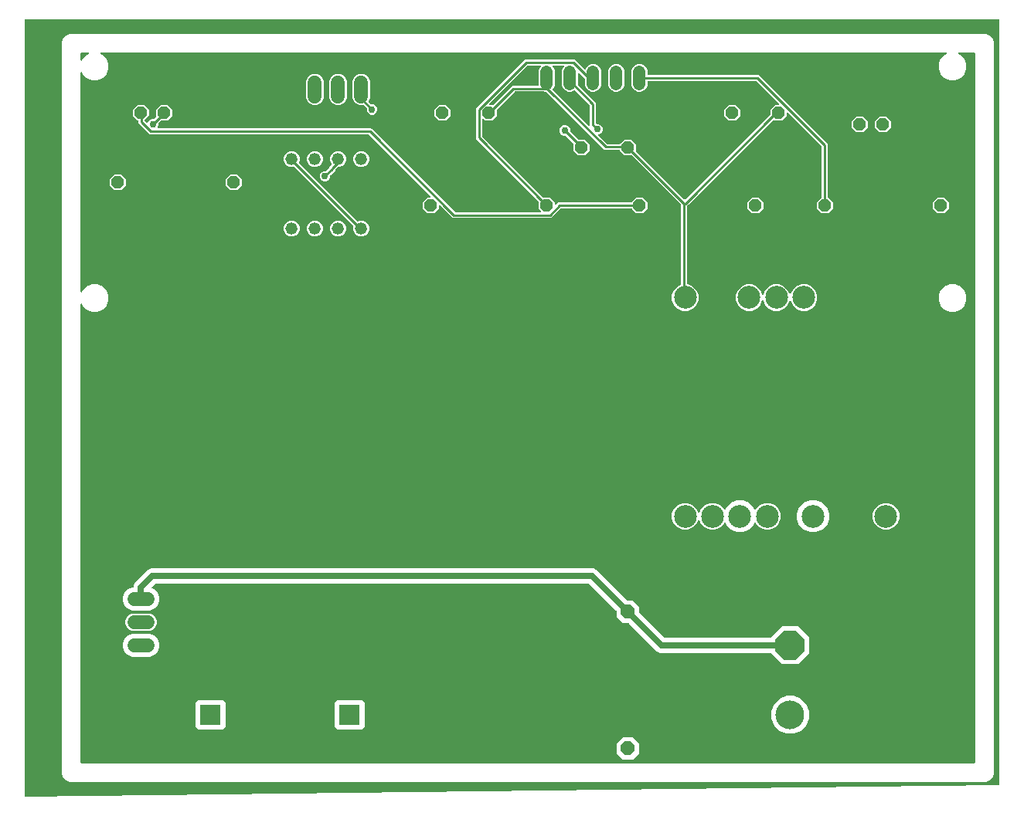
<source format=gbr>
G04 EAGLE Gerber X2 export*
%TF.Part,Single*%
%TF.FileFunction,Copper,L2,Bot,Mixed*%
%TF.FilePolarity,Positive*%
%TF.GenerationSoftware,Autodesk,EAGLE,8.6.2*%
%TF.CreationDate,2018-03-24T09:11:56Z*%
G75*
%MOMM*%
%FSLAX34Y34*%
%LPD*%
%AMOC8*
5,1,8,0,0,1.08239X$1,22.5*%
G01*
%ADD10P,1.429621X8X22.500000*%
%ADD11P,1.649562X8X112.500000*%
%ADD12P,3.409096X8X112.500000*%
%ADD13C,3.149600*%
%ADD14R,2.286000X2.286000*%
%ADD15C,1.320800*%
%ADD16C,1.508000*%
%ADD17C,1.320800*%
%ADD18C,2.500000*%
%ADD19C,0.254000*%
%ADD20C,0.756400*%
%ADD21C,0.635000*%

G36*
X1016009Y-13461D02*
X1016009Y-13461D01*
X1016024Y-13459D01*
X1016039Y-13460D01*
X1016145Y-13437D01*
X1016251Y-13419D01*
X1016265Y-13411D01*
X1016280Y-13408D01*
X1016373Y-13353D01*
X1016467Y-13301D01*
X1016478Y-13290D01*
X1016491Y-13282D01*
X1016561Y-13200D01*
X1016635Y-13121D01*
X1016641Y-13107D01*
X1016651Y-13095D01*
X1016691Y-12994D01*
X1016736Y-12896D01*
X1016737Y-12881D01*
X1016743Y-12867D01*
X1016761Y-12700D01*
X1016761Y825500D01*
X1016758Y825520D01*
X1016760Y825539D01*
X1016738Y825641D01*
X1016722Y825743D01*
X1016712Y825760D01*
X1016708Y825780D01*
X1016655Y825869D01*
X1016606Y825960D01*
X1016592Y825974D01*
X1016582Y825991D01*
X1016503Y826058D01*
X1016428Y826130D01*
X1016410Y826138D01*
X1016395Y826151D01*
X1016299Y826190D01*
X1016205Y826233D01*
X1016185Y826235D01*
X1016167Y826243D01*
X1016000Y826261D01*
X-50800Y826261D01*
X-50820Y826258D01*
X-50839Y826260D01*
X-50941Y826238D01*
X-51043Y826222D01*
X-51060Y826212D01*
X-51080Y826208D01*
X-51169Y826155D01*
X-51260Y826106D01*
X-51274Y826092D01*
X-51291Y826082D01*
X-51358Y826003D01*
X-51430Y825928D01*
X-51438Y825910D01*
X-51451Y825895D01*
X-51490Y825799D01*
X-51533Y825705D01*
X-51535Y825685D01*
X-51543Y825667D01*
X-51561Y825500D01*
X-51561Y-25400D01*
X-51557Y-25424D01*
X-51560Y-25449D01*
X-51538Y-25545D01*
X-51522Y-25643D01*
X-51510Y-25664D01*
X-51505Y-25688D01*
X-51453Y-25773D01*
X-51406Y-25860D01*
X-51389Y-25877D01*
X-51376Y-25898D01*
X-51300Y-25961D01*
X-51228Y-26030D01*
X-51206Y-26040D01*
X-51187Y-26056D01*
X-51095Y-26091D01*
X-51005Y-26133D01*
X-50981Y-26136D01*
X-50958Y-26145D01*
X-50791Y-26161D01*
X1016009Y-13461D01*
G37*
%LPC*%
G36*
X-2021Y-10161D02*
X-2021Y-10161D01*
X-5756Y-8614D01*
X-8614Y-5756D01*
X-10161Y-2021D01*
X-10161Y802021D01*
X-8614Y805756D01*
X-5756Y808614D01*
X-2021Y810161D01*
X1002021Y810161D01*
X1005756Y808614D01*
X1008614Y805756D01*
X1010161Y802021D01*
X1010161Y-2021D01*
X1008614Y-5756D01*
X1005756Y-8614D01*
X1002021Y-10161D01*
X-2021Y-10161D01*
G37*
%LPD*%
G36*
X989098Y10164D02*
X989098Y10164D01*
X989117Y10162D01*
X989219Y10184D01*
X989321Y10200D01*
X989338Y10210D01*
X989358Y10214D01*
X989447Y10267D01*
X989538Y10316D01*
X989552Y10330D01*
X989569Y10340D01*
X989636Y10419D01*
X989708Y10494D01*
X989716Y10512D01*
X989729Y10527D01*
X989768Y10623D01*
X989811Y10717D01*
X989813Y10737D01*
X989821Y10755D01*
X989839Y10922D01*
X989839Y789078D01*
X989836Y789098D01*
X989838Y789117D01*
X989816Y789219D01*
X989800Y789321D01*
X989790Y789338D01*
X989786Y789358D01*
X989733Y789447D01*
X989684Y789538D01*
X989670Y789552D01*
X989660Y789569D01*
X989581Y789636D01*
X989506Y789708D01*
X989488Y789716D01*
X989473Y789729D01*
X989377Y789768D01*
X989283Y789811D01*
X989263Y789813D01*
X989245Y789821D01*
X989078Y789839D01*
X972094Y789839D01*
X971998Y789824D01*
X971901Y789814D01*
X971878Y789804D01*
X971852Y789800D01*
X971766Y789754D01*
X971677Y789714D01*
X971657Y789697D01*
X971634Y789684D01*
X971567Y789614D01*
X971496Y789548D01*
X971483Y789525D01*
X971465Y789506D01*
X971424Y789418D01*
X971377Y789332D01*
X971372Y789307D01*
X971361Y789283D01*
X971351Y789186D01*
X971333Y789090D01*
X971337Y789064D01*
X971334Y789039D01*
X971355Y788943D01*
X971369Y788847D01*
X971381Y788824D01*
X971387Y788798D01*
X971436Y788715D01*
X971481Y788628D01*
X971499Y788609D01*
X971513Y788587D01*
X971587Y788524D01*
X971656Y788456D01*
X971685Y788440D01*
X971700Y788427D01*
X971730Y788415D01*
X971803Y788375D01*
X973788Y787553D01*
X978053Y783288D01*
X980361Y777716D01*
X980361Y771684D01*
X978053Y766112D01*
X973788Y761847D01*
X968216Y759539D01*
X962184Y759539D01*
X956612Y761847D01*
X952347Y766112D01*
X950039Y771684D01*
X950039Y777716D01*
X952347Y783288D01*
X956612Y787553D01*
X958597Y788375D01*
X958680Y788426D01*
X958766Y788472D01*
X958784Y788490D01*
X958806Y788504D01*
X958868Y788580D01*
X958935Y788650D01*
X958946Y788674D01*
X958963Y788694D01*
X958998Y788785D01*
X959039Y788873D01*
X959042Y788899D01*
X959051Y788923D01*
X959055Y789021D01*
X959066Y789117D01*
X959060Y789143D01*
X959061Y789169D01*
X959034Y789263D01*
X959013Y789358D01*
X959000Y789380D01*
X958993Y789405D01*
X958937Y789485D01*
X958887Y789569D01*
X958867Y789586D01*
X958853Y789607D01*
X958774Y789666D01*
X958700Y789729D01*
X958676Y789739D01*
X958655Y789754D01*
X958563Y789784D01*
X958472Y789821D01*
X958440Y789824D01*
X958421Y789830D01*
X958388Y789830D01*
X958306Y789839D01*
X32294Y789839D01*
X32198Y789824D01*
X32101Y789814D01*
X32078Y789804D01*
X32052Y789800D01*
X31966Y789754D01*
X31877Y789714D01*
X31857Y789697D01*
X31834Y789684D01*
X31767Y789614D01*
X31696Y789548D01*
X31683Y789525D01*
X31665Y789506D01*
X31624Y789418D01*
X31577Y789332D01*
X31572Y789307D01*
X31561Y789283D01*
X31551Y789186D01*
X31533Y789090D01*
X31537Y789064D01*
X31534Y789039D01*
X31555Y788943D01*
X31569Y788847D01*
X31581Y788824D01*
X31587Y788798D01*
X31636Y788715D01*
X31681Y788628D01*
X31699Y788609D01*
X31713Y788587D01*
X31787Y788524D01*
X31856Y788456D01*
X31885Y788440D01*
X31900Y788427D01*
X31930Y788415D01*
X32003Y788375D01*
X33988Y787553D01*
X38253Y783288D01*
X40561Y777716D01*
X40561Y771684D01*
X38253Y766112D01*
X33988Y761847D01*
X28416Y759539D01*
X22384Y759539D01*
X16812Y761847D01*
X12547Y766112D01*
X11625Y768338D01*
X11574Y768421D01*
X11528Y768507D01*
X11510Y768525D01*
X11496Y768547D01*
X11420Y768610D01*
X11350Y768676D01*
X11326Y768687D01*
X11306Y768704D01*
X11215Y768739D01*
X11127Y768780D01*
X11101Y768783D01*
X11077Y768792D01*
X10979Y768796D01*
X10883Y768807D01*
X10857Y768802D01*
X10831Y768803D01*
X10737Y768776D01*
X10642Y768755D01*
X10620Y768741D01*
X10595Y768734D01*
X10515Y768679D01*
X10431Y768629D01*
X10414Y768609D01*
X10393Y768594D01*
X10334Y768516D01*
X10271Y768442D01*
X10261Y768418D01*
X10246Y768397D01*
X10216Y768304D01*
X10179Y768214D01*
X10176Y768181D01*
X10170Y768163D01*
X10170Y768130D01*
X10161Y768047D01*
X10161Y527353D01*
X10176Y527257D01*
X10186Y527160D01*
X10196Y527136D01*
X10200Y527110D01*
X10246Y527024D01*
X10286Y526935D01*
X10303Y526916D01*
X10316Y526893D01*
X10386Y526826D01*
X10452Y526754D01*
X10475Y526742D01*
X10494Y526724D01*
X10582Y526683D01*
X10668Y526636D01*
X10693Y526631D01*
X10717Y526620D01*
X10814Y526609D01*
X10910Y526592D01*
X10936Y526596D01*
X10961Y526593D01*
X11057Y526613D01*
X11153Y526628D01*
X11176Y526640D01*
X11202Y526645D01*
X11285Y526695D01*
X11372Y526739D01*
X11391Y526758D01*
X11413Y526771D01*
X11476Y526845D01*
X11544Y526915D01*
X11560Y526943D01*
X11573Y526958D01*
X11585Y526989D01*
X11625Y527062D01*
X12547Y529288D01*
X16812Y533553D01*
X22384Y535861D01*
X28416Y535861D01*
X33988Y533553D01*
X38253Y529288D01*
X40561Y523716D01*
X40561Y517684D01*
X38253Y512112D01*
X33988Y507847D01*
X28416Y505539D01*
X22384Y505539D01*
X16812Y507847D01*
X12547Y512112D01*
X11625Y514338D01*
X11574Y514421D01*
X11528Y514507D01*
X11510Y514525D01*
X11496Y514547D01*
X11420Y514610D01*
X11350Y514676D01*
X11326Y514687D01*
X11306Y514704D01*
X11215Y514739D01*
X11127Y514780D01*
X11101Y514783D01*
X11077Y514792D01*
X10979Y514796D01*
X10883Y514807D01*
X10857Y514802D01*
X10831Y514803D01*
X10737Y514776D01*
X10642Y514755D01*
X10620Y514741D01*
X10595Y514734D01*
X10515Y514679D01*
X10431Y514629D01*
X10414Y514609D01*
X10393Y514594D01*
X10334Y514516D01*
X10271Y514442D01*
X10261Y514418D01*
X10246Y514397D01*
X10216Y514304D01*
X10179Y514214D01*
X10176Y514181D01*
X10170Y514163D01*
X10170Y514130D01*
X10161Y514047D01*
X10161Y10922D01*
X10164Y10902D01*
X10162Y10883D01*
X10184Y10781D01*
X10200Y10679D01*
X10210Y10662D01*
X10214Y10642D01*
X10267Y10553D01*
X10316Y10462D01*
X10330Y10448D01*
X10340Y10431D01*
X10419Y10364D01*
X10494Y10292D01*
X10512Y10284D01*
X10527Y10271D01*
X10623Y10232D01*
X10717Y10189D01*
X10737Y10187D01*
X10755Y10179D01*
X10922Y10161D01*
X989078Y10161D01*
X989098Y10164D01*
G37*
%LPC*%
G36*
X669506Y506649D02*
X669506Y506649D01*
X664158Y508864D01*
X660064Y512958D01*
X657849Y518306D01*
X657849Y524094D01*
X660064Y529442D01*
X664158Y533536D01*
X667497Y534919D01*
X667596Y534980D01*
X667696Y535040D01*
X667701Y535045D01*
X667706Y535048D01*
X667780Y535138D01*
X667856Y535227D01*
X667859Y535233D01*
X667863Y535238D01*
X667904Y535346D01*
X667948Y535455D01*
X667949Y535463D01*
X667951Y535467D01*
X667952Y535486D01*
X667967Y535622D01*
X667967Y622549D01*
X667952Y622639D01*
X667945Y622730D01*
X667932Y622760D01*
X667927Y622792D01*
X667884Y622873D01*
X667849Y622956D01*
X667823Y622989D01*
X667812Y623009D01*
X667789Y623031D01*
X667744Y623087D01*
X613909Y676922D01*
X613835Y676975D01*
X613766Y677035D01*
X613735Y677047D01*
X613709Y677066D01*
X613622Y677093D01*
X613537Y677127D01*
X613496Y677131D01*
X613474Y677138D01*
X613442Y677137D01*
X613371Y677145D01*
X606015Y677145D01*
X600929Y682231D01*
X600922Y682264D01*
X600906Y682366D01*
X600896Y682383D01*
X600892Y682403D01*
X600839Y682492D01*
X600790Y682583D01*
X600776Y682597D01*
X600766Y682614D01*
X600687Y682681D01*
X600612Y682753D01*
X600594Y682761D01*
X600579Y682774D01*
X600483Y682813D01*
X600389Y682856D01*
X600369Y682858D01*
X600351Y682866D01*
X600184Y682884D01*
X583849Y682884D01*
X520215Y746518D01*
X520142Y746571D01*
X520072Y746631D01*
X520042Y746643D01*
X520016Y746662D01*
X519929Y746689D01*
X519844Y746723D01*
X519803Y746727D01*
X519781Y746734D01*
X519748Y746733D01*
X519677Y746741D01*
X518978Y746741D01*
X518145Y747086D01*
X518082Y747101D01*
X518021Y747126D01*
X517938Y747135D01*
X517906Y747142D01*
X517887Y747141D01*
X517854Y747144D01*
X485936Y747144D01*
X485846Y747130D01*
X485755Y747122D01*
X485725Y747110D01*
X485693Y747105D01*
X485612Y747062D01*
X485529Y747026D01*
X485496Y747000D01*
X485476Y746989D01*
X485454Y746966D01*
X485398Y746921D01*
X466078Y727601D01*
X466025Y727528D01*
X465965Y727458D01*
X465953Y727428D01*
X465934Y727402D01*
X465907Y727315D01*
X465873Y727230D01*
X465869Y727189D01*
X465862Y727167D01*
X465863Y727134D01*
X465855Y727063D01*
X465855Y720315D01*
X460785Y715245D01*
X453615Y715245D01*
X450998Y717863D01*
X450940Y717904D01*
X450888Y717954D01*
X450840Y717976D01*
X450798Y718006D01*
X450730Y718027D01*
X450664Y718057D01*
X450613Y718063D01*
X450563Y718079D01*
X450491Y718077D01*
X450420Y718085D01*
X450369Y718073D01*
X450317Y718072D01*
X450250Y718048D01*
X450180Y718032D01*
X450135Y718006D01*
X450086Y717988D01*
X450030Y717943D01*
X449969Y717906D01*
X449935Y717867D01*
X449894Y717834D01*
X449855Y717774D01*
X449809Y717719D01*
X449789Y717671D01*
X449761Y717627D01*
X449744Y717558D01*
X449717Y717491D01*
X449709Y717420D01*
X449701Y717389D01*
X449703Y717365D01*
X449698Y717324D01*
X449698Y698223D01*
X449713Y698133D01*
X449720Y698042D01*
X449733Y698013D01*
X449738Y697981D01*
X449781Y697900D01*
X449816Y697816D01*
X449842Y697784D01*
X449853Y697763D01*
X449876Y697741D01*
X449921Y697685D01*
X516429Y631178D01*
X516502Y631125D01*
X516572Y631065D01*
X516602Y631053D01*
X516628Y631034D01*
X516715Y631007D01*
X516800Y630973D01*
X516841Y630969D01*
X516863Y630962D01*
X516896Y630963D01*
X516967Y630955D01*
X524285Y630955D01*
X529355Y625885D01*
X529355Y623099D01*
X529366Y623028D01*
X529368Y622956D01*
X529386Y622907D01*
X529394Y622856D01*
X529428Y622793D01*
X529453Y622725D01*
X529485Y622685D01*
X529510Y622639D01*
X529562Y622589D01*
X529606Y622533D01*
X529650Y622505D01*
X529688Y622469D01*
X529753Y622439D01*
X529813Y622400D01*
X529864Y622388D01*
X529911Y622366D01*
X529982Y622358D01*
X530052Y622340D01*
X530104Y622344D01*
X530155Y622339D01*
X530226Y622354D01*
X530297Y622359D01*
X530345Y622380D01*
X530396Y622391D01*
X530457Y622428D01*
X530523Y622456D01*
X530579Y622500D01*
X530607Y622517D01*
X530622Y622535D01*
X530654Y622560D01*
X533359Y625266D01*
X612884Y625266D01*
X612904Y625269D01*
X612923Y625267D01*
X613025Y625289D01*
X613127Y625305D01*
X613144Y625315D01*
X613164Y625319D01*
X613253Y625372D01*
X613344Y625421D01*
X613358Y625435D01*
X613375Y625445D01*
X613442Y625524D01*
X613514Y625599D01*
X613522Y625617D01*
X613535Y625632D01*
X613574Y625728D01*
X613617Y625822D01*
X613619Y625842D01*
X613627Y625860D01*
X613628Y625867D01*
X618715Y630955D01*
X625885Y630955D01*
X630955Y625885D01*
X630955Y618715D01*
X625885Y613645D01*
X618715Y613645D01*
X613959Y618401D01*
X613885Y618454D01*
X613816Y618514D01*
X613785Y618526D01*
X613759Y618545D01*
X613672Y618572D01*
X613587Y618606D01*
X613547Y618610D01*
X613524Y618617D01*
X613492Y618616D01*
X613421Y618624D01*
X536426Y618624D01*
X536336Y618610D01*
X536245Y618602D01*
X536215Y618590D01*
X536183Y618585D01*
X536102Y618542D01*
X536019Y618506D01*
X535986Y618480D01*
X535966Y618469D01*
X535960Y618463D01*
X535959Y618463D01*
X535942Y618445D01*
X535888Y618401D01*
X525783Y608297D01*
X417462Y608297D01*
X403654Y622105D01*
X403596Y622146D01*
X403544Y622196D01*
X403497Y622218D01*
X403455Y622248D01*
X403386Y622269D01*
X403321Y622299D01*
X403269Y622305D01*
X403219Y622320D01*
X403148Y622319D01*
X403077Y622326D01*
X403026Y622315D01*
X402974Y622314D01*
X402906Y622289D01*
X402836Y622274D01*
X402791Y622247D01*
X402743Y622230D01*
X402687Y622185D01*
X402625Y622148D01*
X402591Y622108D01*
X402551Y622076D01*
X402512Y622016D01*
X402465Y621961D01*
X402446Y621913D01*
X402418Y621869D01*
X402400Y621800D01*
X402373Y621733D01*
X402365Y621662D01*
X402357Y621630D01*
X402359Y621607D01*
X402355Y621566D01*
X402355Y618715D01*
X397285Y613645D01*
X390115Y613645D01*
X385045Y618715D01*
X385045Y625885D01*
X390115Y630955D01*
X392966Y630955D01*
X393037Y630966D01*
X393109Y630968D01*
X393158Y630986D01*
X393209Y630994D01*
X393272Y631028D01*
X393340Y631053D01*
X393380Y631085D01*
X393426Y631110D01*
X393476Y631162D01*
X393532Y631206D01*
X393560Y631250D01*
X393596Y631288D01*
X393626Y631353D01*
X393665Y631413D01*
X393677Y631464D01*
X393699Y631511D01*
X393707Y631582D01*
X393725Y631652D01*
X393721Y631704D01*
X393726Y631755D01*
X393711Y631826D01*
X393706Y631897D01*
X393685Y631945D01*
X393674Y631996D01*
X393637Y632057D01*
X393609Y632123D01*
X393565Y632179D01*
X393548Y632207D01*
X393530Y632222D01*
X393505Y632254D01*
X325885Y699874D01*
X325811Y699927D01*
X325742Y699986D01*
X325711Y699999D01*
X325685Y700017D01*
X325598Y700044D01*
X325513Y700078D01*
X325472Y700083D01*
X325450Y700090D01*
X325418Y700089D01*
X325347Y700097D01*
X85834Y700097D01*
X73562Y712369D01*
X73562Y714484D01*
X73559Y714504D01*
X73561Y714523D01*
X73539Y714625D01*
X73522Y714727D01*
X73513Y714744D01*
X73508Y714764D01*
X73455Y714853D01*
X73407Y714944D01*
X73393Y714958D01*
X73382Y714975D01*
X73304Y715042D01*
X73229Y715114D01*
X73211Y715122D01*
X73195Y715135D01*
X73099Y715174D01*
X73006Y715217D01*
X72986Y715219D01*
X72967Y715227D01*
X72801Y715245D01*
X72615Y715245D01*
X67545Y720315D01*
X67545Y727485D01*
X72615Y732555D01*
X79785Y732555D01*
X84855Y727485D01*
X84855Y720315D01*
X80470Y715930D01*
X80458Y715914D01*
X80443Y715902D01*
X80387Y715814D01*
X80326Y715731D01*
X80321Y715712D01*
X80310Y715695D01*
X80284Y715594D01*
X80254Y715496D01*
X80255Y715476D01*
X80250Y715456D01*
X80258Y715353D01*
X80260Y715250D01*
X80267Y715231D01*
X80269Y715211D01*
X80309Y715116D01*
X80345Y715019D01*
X80357Y715003D01*
X80365Y714985D01*
X80470Y714854D01*
X82586Y712738D01*
X82623Y712711D01*
X82654Y712677D01*
X82723Y712640D01*
X82786Y712594D01*
X82829Y712581D01*
X82870Y712559D01*
X82946Y712545D01*
X83021Y712522D01*
X83067Y712523D01*
X83112Y712515D01*
X83189Y712526D01*
X83267Y712528D01*
X83310Y712544D01*
X83355Y712551D01*
X83424Y712586D01*
X83498Y712613D01*
X83533Y712641D01*
X83574Y712662D01*
X83629Y712718D01*
X83690Y712766D01*
X83714Y712805D01*
X83747Y712838D01*
X83813Y712958D01*
X83823Y712973D01*
X83824Y712978D01*
X83827Y712985D01*
X84560Y714754D01*
X86201Y716395D01*
X88345Y717283D01*
X90326Y717283D01*
X90416Y717297D01*
X90507Y717305D01*
X90537Y717317D01*
X90569Y717322D01*
X90649Y717365D01*
X90733Y717401D01*
X90766Y717427D01*
X90786Y717438D01*
X90808Y717461D01*
X90864Y717506D01*
X92771Y719413D01*
X92783Y719429D01*
X92799Y719441D01*
X92855Y719528D01*
X92915Y719612D01*
X92921Y719631D01*
X92932Y719648D01*
X92957Y719749D01*
X92987Y719847D01*
X92987Y719867D01*
X92992Y719887D01*
X92984Y719990D01*
X92981Y720093D01*
X92974Y720112D01*
X92972Y720132D01*
X92945Y720196D01*
X92945Y727485D01*
X98015Y732555D01*
X105185Y732555D01*
X110255Y727485D01*
X110255Y720315D01*
X105185Y715245D01*
X98312Y715245D01*
X98222Y715231D01*
X98131Y715223D01*
X98101Y715211D01*
X98069Y715206D01*
X97988Y715163D01*
X97904Y715127D01*
X97872Y715101D01*
X97852Y715090D01*
X97830Y715067D01*
X97774Y715022D01*
X95561Y712809D01*
X95508Y712735D01*
X95448Y712666D01*
X95436Y712636D01*
X95417Y712610D01*
X95390Y712523D01*
X95356Y712438D01*
X95352Y712397D01*
X95345Y712375D01*
X95346Y712342D01*
X95338Y712271D01*
X95338Y710290D01*
X94450Y708146D01*
X94342Y708038D01*
X94300Y707980D01*
X94250Y707928D01*
X94228Y707880D01*
X94198Y707838D01*
X94177Y707769D01*
X94147Y707704D01*
X94141Y707653D01*
X94126Y707603D01*
X94127Y707531D01*
X94120Y707460D01*
X94131Y707409D01*
X94132Y707357D01*
X94157Y707290D01*
X94172Y707220D01*
X94199Y707175D01*
X94216Y707126D01*
X94261Y707070D01*
X94298Y707009D01*
X94338Y706975D01*
X94370Y706934D01*
X94430Y706895D01*
X94485Y706849D01*
X94533Y706829D01*
X94577Y706801D01*
X94646Y706784D01*
X94713Y706757D01*
X94784Y706749D01*
X94815Y706741D01*
X94839Y706743D01*
X94880Y706738D01*
X328413Y706738D01*
X419990Y615161D01*
X420064Y615108D01*
X420133Y615049D01*
X420164Y615036D01*
X420190Y615018D01*
X420277Y614991D01*
X420362Y614957D01*
X420403Y614952D01*
X420425Y614945D01*
X420457Y614946D01*
X420528Y614938D01*
X513984Y614938D01*
X514055Y614950D01*
X514127Y614952D01*
X514176Y614970D01*
X514227Y614978D01*
X514290Y615012D01*
X514358Y615036D01*
X514398Y615069D01*
X514444Y615093D01*
X514494Y615145D01*
X514550Y615190D01*
X514578Y615234D01*
X514614Y615271D01*
X514644Y615336D01*
X514683Y615397D01*
X514696Y615447D01*
X514717Y615494D01*
X514725Y615566D01*
X514743Y615635D01*
X514739Y615687D01*
X514745Y615739D01*
X514729Y615809D01*
X514724Y615880D01*
X514703Y615928D01*
X514692Y615979D01*
X514655Y616041D01*
X514627Y616107D01*
X514583Y616163D01*
X514566Y616190D01*
X514548Y616206D01*
X514523Y616238D01*
X512045Y618715D01*
X512045Y625853D01*
X512031Y625943D01*
X512023Y626034D01*
X512011Y626064D01*
X512006Y626096D01*
X511963Y626177D01*
X511927Y626261D01*
X511901Y626293D01*
X511890Y626313D01*
X511867Y626336D01*
X511822Y626391D01*
X443057Y695157D01*
X443057Y728891D01*
X496639Y782473D01*
X551028Y782473D01*
X553196Y780305D01*
X562136Y771365D01*
X562174Y771338D01*
X562205Y771304D01*
X562273Y771267D01*
X562336Y771221D01*
X562380Y771208D01*
X562420Y771186D01*
X562497Y771172D01*
X562571Y771149D01*
X562617Y771150D01*
X562662Y771142D01*
X562739Y771153D01*
X562817Y771155D01*
X562860Y771171D01*
X562906Y771178D01*
X562975Y771213D01*
X563048Y771240D01*
X563084Y771268D01*
X563125Y771289D01*
X563179Y771345D01*
X563240Y771393D01*
X563265Y771432D01*
X563297Y771465D01*
X563363Y771585D01*
X563373Y771600D01*
X563374Y771605D01*
X563378Y771612D01*
X564163Y773507D01*
X566597Y775941D01*
X569778Y777259D01*
X573222Y777259D01*
X576403Y775941D01*
X578837Y773507D01*
X580155Y770326D01*
X580155Y753674D01*
X578837Y750493D01*
X576403Y748059D01*
X573222Y746741D01*
X569778Y746741D01*
X566597Y748059D01*
X564163Y750493D01*
X562845Y753674D01*
X562845Y760948D01*
X562831Y761038D01*
X562823Y761129D01*
X562811Y761159D01*
X562806Y761191D01*
X562763Y761272D01*
X562727Y761355D01*
X562701Y761388D01*
X562690Y761408D01*
X562667Y761430D01*
X562646Y761457D01*
X562643Y761462D01*
X562640Y761465D01*
X562622Y761486D01*
X556054Y768055D01*
X555996Y768096D01*
X555944Y768146D01*
X555897Y768168D01*
X555855Y768198D01*
X555786Y768219D01*
X555721Y768249D01*
X555669Y768255D01*
X555619Y768270D01*
X555548Y768269D01*
X555477Y768276D01*
X555426Y768265D01*
X555374Y768264D01*
X555306Y768239D01*
X555236Y768224D01*
X555191Y768197D01*
X555143Y768180D01*
X555087Y768135D01*
X555025Y768098D01*
X554991Y768058D01*
X554951Y768026D01*
X554912Y767966D01*
X554865Y767911D01*
X554846Y767863D01*
X554818Y767819D01*
X554800Y767750D01*
X554773Y767683D01*
X554765Y767612D01*
X554757Y767580D01*
X554759Y767557D01*
X554755Y767516D01*
X554755Y754964D01*
X554769Y754874D01*
X554777Y754783D01*
X554789Y754754D01*
X554794Y754722D01*
X554837Y754641D01*
X554873Y754557D01*
X554899Y754525D01*
X554910Y754504D01*
X554933Y754482D01*
X554978Y754426D01*
X574776Y734628D01*
X574776Y712306D01*
X574779Y712287D01*
X574777Y712267D01*
X574799Y712166D01*
X574815Y712064D01*
X574825Y712046D01*
X574829Y712027D01*
X574882Y711938D01*
X574931Y711846D01*
X574945Y711833D01*
X574955Y711816D01*
X575034Y711748D01*
X575109Y711677D01*
X575127Y711669D01*
X575142Y711656D01*
X575238Y711617D01*
X575332Y711573D01*
X575352Y711571D01*
X575370Y711564D01*
X575537Y711545D01*
X577205Y711545D01*
X579349Y710657D01*
X580990Y709017D01*
X581878Y706873D01*
X581878Y704552D01*
X580990Y702408D01*
X579349Y700768D01*
X577580Y700035D01*
X577541Y700011D01*
X577498Y699995D01*
X577437Y699946D01*
X577371Y699905D01*
X577341Y699870D01*
X577306Y699841D01*
X577264Y699776D01*
X577214Y699716D01*
X577197Y699673D01*
X577173Y699634D01*
X577154Y699559D01*
X577126Y699486D01*
X577124Y699440D01*
X577113Y699396D01*
X577119Y699318D01*
X577115Y699240D01*
X577128Y699196D01*
X577132Y699151D01*
X577162Y699079D01*
X577184Y699004D01*
X577210Y698967D01*
X577228Y698924D01*
X577307Y698825D01*
X577311Y698819D01*
X577314Y698816D01*
X577324Y698802D01*
X577328Y698799D01*
X577333Y698793D01*
X586378Y689749D01*
X586451Y689696D01*
X586521Y689636D01*
X586551Y689624D01*
X586577Y689605D01*
X586664Y689578D01*
X586749Y689544D01*
X586790Y689540D01*
X586812Y689533D01*
X586845Y689534D01*
X586916Y689526D01*
X600771Y689526D01*
X600861Y689540D01*
X600952Y689548D01*
X600982Y689560D01*
X601014Y689565D01*
X601094Y689608D01*
X601178Y689644D01*
X601210Y689670D01*
X601231Y689681D01*
X601253Y689704D01*
X601309Y689749D01*
X606015Y694455D01*
X613185Y694455D01*
X618255Y689385D01*
X618255Y682284D01*
X618269Y682194D01*
X618277Y682103D01*
X618289Y682074D01*
X618294Y682042D01*
X618337Y681961D01*
X618373Y681877D01*
X618399Y681845D01*
X618410Y681824D01*
X618433Y681802D01*
X618478Y681746D01*
X671323Y628901D01*
X671339Y628889D01*
X671352Y628874D01*
X671439Y628817D01*
X671523Y628757D01*
X671542Y628751D01*
X671558Y628741D01*
X671659Y628715D01*
X671758Y628685D01*
X671778Y628685D01*
X671797Y628681D01*
X671900Y628689D01*
X672004Y628691D01*
X672022Y628698D01*
X672042Y628700D01*
X672137Y628740D01*
X672235Y628776D01*
X672250Y628788D01*
X672269Y628796D01*
X672400Y628901D01*
X765822Y722324D01*
X765875Y722397D01*
X765935Y722467D01*
X765947Y722497D01*
X765966Y722523D01*
X765993Y722610D01*
X766027Y722695D01*
X766031Y722736D01*
X766038Y722758D01*
X766037Y722791D01*
X766045Y722862D01*
X766045Y727485D01*
X771115Y732555D01*
X774464Y732555D01*
X774534Y732566D01*
X774606Y732568D01*
X774655Y732586D01*
X774706Y732594D01*
X774770Y732628D01*
X774837Y732653D01*
X774878Y732685D01*
X774924Y732710D01*
X774973Y732762D01*
X775029Y732806D01*
X775057Y732850D01*
X775093Y732888D01*
X775123Y732953D01*
X775162Y733013D01*
X775175Y733064D01*
X775197Y733111D01*
X775205Y733182D01*
X775222Y733252D01*
X775218Y733304D01*
X775224Y733355D01*
X775209Y733426D01*
X775203Y733497D01*
X775183Y733545D01*
X775172Y733596D01*
X775135Y733657D01*
X775107Y733723D01*
X775062Y733779D01*
X775046Y733807D01*
X775028Y733822D01*
X775002Y733854D01*
X750460Y758396D01*
X750386Y758449D01*
X750317Y758509D01*
X750286Y758521D01*
X750260Y758540D01*
X750173Y758567D01*
X750088Y758601D01*
X750047Y758605D01*
X750025Y758612D01*
X749993Y758611D01*
X749922Y758619D01*
X631716Y758619D01*
X631696Y758616D01*
X631677Y758618D01*
X631575Y758596D01*
X631473Y758580D01*
X631456Y758570D01*
X631436Y758566D01*
X631347Y758513D01*
X631256Y758464D01*
X631242Y758450D01*
X631225Y758440D01*
X631158Y758361D01*
X631086Y758286D01*
X631078Y758268D01*
X631065Y758253D01*
X631026Y758157D01*
X630983Y758063D01*
X630981Y758043D01*
X630973Y758025D01*
X630955Y757858D01*
X630955Y753674D01*
X629637Y750493D01*
X627203Y748059D01*
X624022Y746741D01*
X620578Y746741D01*
X617397Y748059D01*
X614963Y750493D01*
X613645Y753674D01*
X613645Y770326D01*
X614963Y773507D01*
X617397Y775941D01*
X620578Y777259D01*
X624022Y777259D01*
X627203Y775941D01*
X629637Y773507D01*
X630955Y770326D01*
X630955Y766022D01*
X630958Y766002D01*
X630956Y765983D01*
X630978Y765881D01*
X630994Y765779D01*
X631004Y765762D01*
X631008Y765742D01*
X631061Y765653D01*
X631110Y765562D01*
X631124Y765548D01*
X631134Y765531D01*
X631213Y765464D01*
X631288Y765392D01*
X631306Y765384D01*
X631321Y765371D01*
X631417Y765332D01*
X631511Y765289D01*
X631531Y765287D01*
X631549Y765279D01*
X631716Y765261D01*
X752988Y765261D01*
X828373Y689876D01*
X828373Y631716D01*
X828376Y631696D01*
X828374Y631677D01*
X828396Y631575D01*
X828413Y631473D01*
X828422Y631456D01*
X828427Y631436D01*
X828480Y631347D01*
X828528Y631256D01*
X828542Y631242D01*
X828553Y631225D01*
X828631Y631158D01*
X828706Y631086D01*
X828724Y631078D01*
X828740Y631065D01*
X828836Y631026D01*
X828929Y630983D01*
X828949Y630981D01*
X828968Y630973D01*
X829079Y630961D01*
X834155Y625885D01*
X834155Y618715D01*
X829085Y613645D01*
X821915Y613645D01*
X816845Y618715D01*
X816845Y625885D01*
X821509Y630548D01*
X821562Y630622D01*
X821621Y630692D01*
X821633Y630722D01*
X821652Y630748D01*
X821679Y630835D01*
X821713Y630920D01*
X821718Y630961D01*
X821725Y630983D01*
X821724Y631015D01*
X821732Y631087D01*
X821732Y686809D01*
X821717Y686899D01*
X821710Y686990D01*
X821697Y687020D01*
X821692Y687052D01*
X821649Y687133D01*
X821614Y687216D01*
X821588Y687249D01*
X821577Y687269D01*
X821554Y687291D01*
X821509Y687347D01*
X784654Y724202D01*
X784596Y724244D01*
X784544Y724293D01*
X784497Y724315D01*
X784455Y724346D01*
X784386Y724367D01*
X784321Y724397D01*
X784269Y724403D01*
X784219Y724418D01*
X784148Y724416D01*
X784077Y724424D01*
X784026Y724413D01*
X783974Y724412D01*
X783906Y724387D01*
X783836Y724372D01*
X783791Y724345D01*
X783743Y724327D01*
X783687Y724282D01*
X783625Y724246D01*
X783591Y724206D01*
X783551Y724173D01*
X783512Y724113D01*
X783465Y724059D01*
X783446Y724010D01*
X783418Y723966D01*
X783400Y723897D01*
X783373Y723830D01*
X783365Y723759D01*
X783357Y723728D01*
X783359Y723705D01*
X783355Y723664D01*
X783355Y720315D01*
X778285Y715245D01*
X771115Y715245D01*
X770164Y716196D01*
X770148Y716208D01*
X770135Y716223D01*
X770048Y716280D01*
X769964Y716340D01*
X769945Y716346D01*
X769929Y716356D01*
X769828Y716382D01*
X769729Y716412D01*
X769709Y716412D01*
X769690Y716417D01*
X769587Y716409D01*
X769483Y716406D01*
X769465Y716399D01*
X769445Y716397D01*
X769350Y716357D01*
X769252Y716321D01*
X769237Y716309D01*
X769218Y716301D01*
X769088Y716196D01*
X675979Y623087D01*
X674831Y621940D01*
X674778Y621866D01*
X674719Y621797D01*
X674706Y621766D01*
X674688Y621740D01*
X674661Y621653D01*
X674627Y621568D01*
X674622Y621527D01*
X674615Y621505D01*
X674616Y621473D01*
X674608Y621402D01*
X674608Y536512D01*
X674611Y536492D01*
X674609Y536473D01*
X674631Y536371D01*
X674648Y536269D01*
X674657Y536252D01*
X674662Y536232D01*
X674715Y536143D01*
X674763Y536052D01*
X674777Y536038D01*
X674788Y536021D01*
X674866Y535954D01*
X674941Y535882D01*
X674959Y535874D01*
X674975Y535861D01*
X675071Y535822D01*
X675164Y535779D01*
X675184Y535777D01*
X675203Y535769D01*
X675267Y535762D01*
X680642Y533536D01*
X684736Y529442D01*
X686951Y524094D01*
X686951Y518306D01*
X684736Y512958D01*
X680642Y508864D01*
X675294Y506649D01*
X669506Y506649D01*
G37*
%LPD*%
%LPC*%
G36*
X778806Y118951D02*
X778806Y118951D01*
X766456Y131301D01*
X766382Y131354D01*
X766312Y131414D01*
X766282Y131426D01*
X766256Y131445D01*
X766169Y131472D01*
X766084Y131506D01*
X766043Y131510D01*
X766021Y131517D01*
X765989Y131516D01*
X765917Y131524D01*
X644804Y131524D01*
X641799Y132769D01*
X610881Y163686D01*
X610808Y163739D01*
X610738Y163799D01*
X610708Y163811D01*
X610682Y163830D01*
X610595Y163857D01*
X610510Y163891D01*
X610469Y163895D01*
X610447Y163902D01*
X610414Y163901D01*
X610343Y163909D01*
X604372Y163909D01*
X596979Y171302D01*
X596979Y177273D01*
X596965Y177363D01*
X596957Y177454D01*
X596945Y177484D01*
X596940Y177516D01*
X596897Y177597D01*
X596861Y177680D01*
X596835Y177713D01*
X596824Y177733D01*
X596801Y177755D01*
X596756Y177811D01*
X567066Y207501D01*
X566993Y207554D01*
X566923Y207614D01*
X566893Y207626D01*
X566867Y207645D01*
X566780Y207672D01*
X566695Y207706D01*
X566654Y207710D01*
X566632Y207717D01*
X566599Y207716D01*
X566528Y207724D01*
X92602Y207724D01*
X92512Y207710D01*
X92421Y207702D01*
X92391Y207690D01*
X92359Y207685D01*
X92278Y207642D01*
X92195Y207606D01*
X92162Y207580D01*
X92142Y207569D01*
X92120Y207546D01*
X92064Y207501D01*
X88008Y203446D01*
X87981Y203408D01*
X87947Y203377D01*
X87910Y203309D01*
X87864Y203246D01*
X87851Y203202D01*
X87829Y203162D01*
X87815Y203085D01*
X87792Y203011D01*
X87793Y202965D01*
X87785Y202920D01*
X87796Y202843D01*
X87798Y202765D01*
X87814Y202722D01*
X87821Y202676D01*
X87856Y202607D01*
X87883Y202534D01*
X87911Y202498D01*
X87932Y202457D01*
X87988Y202403D01*
X88036Y202342D01*
X88075Y202317D01*
X88108Y202285D01*
X88228Y202219D01*
X88243Y202209D01*
X88248Y202208D01*
X88255Y202204D01*
X90844Y201132D01*
X94372Y197604D01*
X96281Y192995D01*
X96281Y188005D01*
X94372Y183396D01*
X90844Y179868D01*
X86235Y177959D01*
X66165Y177959D01*
X61556Y179868D01*
X58028Y183396D01*
X56119Y188005D01*
X56119Y192995D01*
X58028Y197604D01*
X61556Y201132D01*
X66165Y203041D01*
X67263Y203041D01*
X67283Y203044D01*
X67302Y203042D01*
X67404Y203064D01*
X67506Y203080D01*
X67523Y203090D01*
X67543Y203094D01*
X67632Y203147D01*
X67723Y203196D01*
X67737Y203210D01*
X67754Y203220D01*
X67821Y203299D01*
X67893Y203374D01*
X67901Y203392D01*
X67914Y203407D01*
X67953Y203503D01*
X67996Y203597D01*
X67998Y203617D01*
X68006Y203635D01*
X68024Y203802D01*
X68024Y204826D01*
X69269Y207831D01*
X84269Y222831D01*
X87274Y224076D01*
X571856Y224076D01*
X574861Y222831D01*
X608319Y189374D01*
X608392Y189321D01*
X608462Y189261D01*
X608492Y189249D01*
X608518Y189230D01*
X608605Y189203D01*
X608690Y189169D01*
X608731Y189165D01*
X608753Y189158D01*
X608786Y189159D01*
X608857Y189151D01*
X614828Y189151D01*
X622221Y181758D01*
X622221Y175787D01*
X622235Y175697D01*
X622243Y175606D01*
X622255Y175576D01*
X622260Y175544D01*
X622303Y175463D01*
X622339Y175380D01*
X622365Y175347D01*
X622376Y175327D01*
X622399Y175305D01*
X622444Y175249D01*
X649594Y148099D01*
X649667Y148046D01*
X649737Y147986D01*
X649767Y147974D01*
X649793Y147955D01*
X649880Y147928D01*
X649965Y147894D01*
X650006Y147890D01*
X650028Y147883D01*
X650061Y147884D01*
X650132Y147876D01*
X765917Y147876D01*
X766007Y147890D01*
X766098Y147898D01*
X766128Y147910D01*
X766160Y147915D01*
X766241Y147958D01*
X766325Y147994D01*
X766357Y148020D01*
X766377Y148031D01*
X766400Y148054D01*
X766456Y148099D01*
X778806Y160449D01*
X795994Y160449D01*
X808149Y148294D01*
X808149Y131106D01*
X795994Y118951D01*
X778806Y118951D01*
G37*
%LPD*%
%LPC*%
G36*
X728919Y263699D02*
X728919Y263699D01*
X722487Y266364D01*
X717564Y271287D01*
X716507Y273838D01*
X716469Y273899D01*
X716440Y273965D01*
X716405Y274003D01*
X716377Y274047D01*
X716322Y274093D01*
X716273Y274146D01*
X716228Y274171D01*
X716188Y274204D01*
X716121Y274230D01*
X716058Y274264D01*
X716007Y274273D01*
X715958Y274292D01*
X715887Y274295D01*
X715816Y274308D01*
X715764Y274300D01*
X715712Y274303D01*
X715643Y274283D01*
X715573Y274272D01*
X715526Y274248D01*
X715476Y274234D01*
X715417Y274193D01*
X715353Y274161D01*
X715317Y274123D01*
X715274Y274094D01*
X715231Y274036D01*
X715181Y273985D01*
X715146Y273922D01*
X715127Y273896D01*
X715120Y273874D01*
X715100Y273838D01*
X714736Y272958D01*
X710642Y268864D01*
X705294Y266649D01*
X699506Y266649D01*
X694158Y268864D01*
X690064Y272958D01*
X688103Y277692D01*
X688065Y277753D01*
X688036Y277819D01*
X688001Y277857D01*
X687974Y277901D01*
X687918Y277947D01*
X687870Y278000D01*
X687824Y278025D01*
X687784Y278058D01*
X687717Y278084D01*
X687654Y278119D01*
X687603Y278128D01*
X687555Y278146D01*
X687483Y278149D01*
X687412Y278162D01*
X687361Y278155D01*
X687309Y278157D01*
X687240Y278137D01*
X687169Y278126D01*
X687123Y278103D01*
X687073Y278088D01*
X687014Y278047D01*
X686950Y278015D01*
X686913Y277978D01*
X686871Y277948D01*
X686828Y277891D01*
X686778Y277839D01*
X686743Y277777D01*
X686724Y277751D01*
X686717Y277728D01*
X686697Y277692D01*
X684736Y272958D01*
X680642Y268864D01*
X675294Y266649D01*
X669506Y266649D01*
X664158Y268864D01*
X660064Y272958D01*
X657849Y278306D01*
X657849Y284094D01*
X660064Y289442D01*
X664158Y293536D01*
X669506Y295751D01*
X675294Y295751D01*
X680642Y293536D01*
X684736Y289442D01*
X686697Y284708D01*
X686735Y284647D01*
X686764Y284581D01*
X686799Y284543D01*
X686826Y284499D01*
X686882Y284453D01*
X686930Y284400D01*
X686976Y284375D01*
X687016Y284342D01*
X687083Y284316D01*
X687146Y284281D01*
X687197Y284272D01*
X687245Y284254D01*
X687317Y284251D01*
X687388Y284238D01*
X687439Y284245D01*
X687491Y284243D01*
X687560Y284263D01*
X687631Y284274D01*
X687677Y284297D01*
X687727Y284312D01*
X687786Y284353D01*
X687850Y284385D01*
X687887Y284422D01*
X687929Y284452D01*
X687972Y284509D01*
X688022Y284561D01*
X688057Y284623D01*
X688076Y284649D01*
X688083Y284672D01*
X688103Y284708D01*
X690064Y289442D01*
X694158Y293536D01*
X699506Y295751D01*
X705294Y295751D01*
X710642Y293536D01*
X714736Y289442D01*
X715100Y288562D01*
X715138Y288501D01*
X715167Y288436D01*
X715202Y288397D01*
X715230Y288353D01*
X715285Y288307D01*
X715334Y288254D01*
X715379Y288229D01*
X715419Y288196D01*
X715486Y288170D01*
X715549Y288136D01*
X715600Y288127D01*
X715649Y288108D01*
X715720Y288105D01*
X715791Y288092D01*
X715843Y288100D01*
X715895Y288097D01*
X715964Y288117D01*
X716034Y288128D01*
X716081Y288152D01*
X716131Y288166D01*
X716190Y288207D01*
X716254Y288239D01*
X716290Y288277D01*
X716333Y288306D01*
X716376Y288364D01*
X716426Y288415D01*
X716460Y288478D01*
X716480Y288504D01*
X716487Y288526D01*
X716507Y288562D01*
X717564Y291113D01*
X722487Y296036D01*
X728919Y298701D01*
X735881Y298701D01*
X742313Y296036D01*
X747236Y291113D01*
X748293Y288562D01*
X748331Y288501D01*
X748360Y288435D01*
X748395Y288397D01*
X748423Y288353D01*
X748478Y288307D01*
X748527Y288254D01*
X748572Y288229D01*
X748612Y288196D01*
X748679Y288170D01*
X748742Y288136D01*
X748793Y288127D01*
X748842Y288108D01*
X748913Y288105D01*
X748984Y288092D01*
X749036Y288100D01*
X749088Y288097D01*
X749157Y288117D01*
X749227Y288128D01*
X749274Y288152D01*
X749324Y288166D01*
X749383Y288207D01*
X749447Y288239D01*
X749483Y288277D01*
X749526Y288306D01*
X749569Y288364D01*
X749619Y288415D01*
X749654Y288478D01*
X749673Y288504D01*
X749680Y288526D01*
X749700Y288562D01*
X750064Y289442D01*
X754158Y293536D01*
X759506Y295751D01*
X765294Y295751D01*
X770642Y293536D01*
X774736Y289442D01*
X776951Y284094D01*
X776951Y278306D01*
X774736Y272958D01*
X770642Y268864D01*
X765294Y266649D01*
X759506Y266649D01*
X754158Y268864D01*
X750064Y272958D01*
X749700Y273838D01*
X749662Y273899D01*
X749633Y273964D01*
X749598Y274003D01*
X749570Y274047D01*
X749515Y274093D01*
X749466Y274146D01*
X749421Y274171D01*
X749381Y274204D01*
X749314Y274230D01*
X749251Y274264D01*
X749200Y274273D01*
X749151Y274292D01*
X749080Y274295D01*
X749009Y274308D01*
X748957Y274300D01*
X748905Y274303D01*
X748836Y274283D01*
X748766Y274272D01*
X748719Y274248D01*
X748669Y274234D01*
X748610Y274193D01*
X748546Y274161D01*
X748510Y274123D01*
X748467Y274094D01*
X748424Y274036D01*
X748374Y273985D01*
X748340Y273922D01*
X748320Y273896D01*
X748313Y273874D01*
X748293Y273838D01*
X747236Y271287D01*
X742313Y266364D01*
X735881Y263699D01*
X728919Y263699D01*
G37*
%LPD*%
%LPC*%
G36*
X739506Y506649D02*
X739506Y506649D01*
X734158Y508864D01*
X730064Y512958D01*
X727849Y518306D01*
X727849Y524094D01*
X730064Y529442D01*
X734158Y533536D01*
X739506Y535751D01*
X745294Y535751D01*
X750642Y533536D01*
X754736Y529442D01*
X756697Y524708D01*
X756735Y524647D01*
X756764Y524581D01*
X756799Y524543D01*
X756826Y524499D01*
X756882Y524453D01*
X756930Y524400D01*
X756976Y524375D01*
X757016Y524342D01*
X757083Y524316D01*
X757146Y524281D01*
X757197Y524272D01*
X757245Y524254D01*
X757317Y524251D01*
X757388Y524238D01*
X757439Y524245D01*
X757491Y524243D01*
X757560Y524263D01*
X757631Y524274D01*
X757677Y524297D01*
X757727Y524312D01*
X757786Y524353D01*
X757850Y524385D01*
X757887Y524422D01*
X757929Y524452D01*
X757972Y524509D01*
X758022Y524561D01*
X758057Y524623D01*
X758076Y524649D01*
X758083Y524672D01*
X758103Y524708D01*
X760064Y529442D01*
X764158Y533536D01*
X769506Y535751D01*
X775294Y535751D01*
X780642Y533536D01*
X784736Y529442D01*
X786697Y524708D01*
X786735Y524647D01*
X786764Y524581D01*
X786799Y524543D01*
X786826Y524499D01*
X786882Y524453D01*
X786930Y524400D01*
X786976Y524375D01*
X787016Y524342D01*
X787083Y524316D01*
X787146Y524281D01*
X787197Y524272D01*
X787245Y524254D01*
X787317Y524251D01*
X787388Y524238D01*
X787439Y524245D01*
X787491Y524243D01*
X787560Y524263D01*
X787631Y524274D01*
X787677Y524297D01*
X787727Y524312D01*
X787786Y524353D01*
X787850Y524385D01*
X787887Y524422D01*
X787929Y524452D01*
X787972Y524509D01*
X788022Y524561D01*
X788057Y524623D01*
X788076Y524649D01*
X788083Y524672D01*
X788103Y524708D01*
X790064Y529442D01*
X794158Y533536D01*
X799506Y535751D01*
X805294Y535751D01*
X810642Y533536D01*
X814736Y529442D01*
X816951Y524094D01*
X816951Y518306D01*
X814736Y512958D01*
X810642Y508864D01*
X805294Y506649D01*
X799506Y506649D01*
X794158Y508864D01*
X790064Y512958D01*
X788103Y517692D01*
X788065Y517753D01*
X788036Y517819D01*
X788001Y517857D01*
X787974Y517901D01*
X787918Y517947D01*
X787870Y518000D01*
X787824Y518025D01*
X787784Y518058D01*
X787717Y518084D01*
X787654Y518119D01*
X787603Y518128D01*
X787555Y518146D01*
X787483Y518149D01*
X787412Y518162D01*
X787361Y518155D01*
X787309Y518157D01*
X787240Y518137D01*
X787169Y518126D01*
X787123Y518103D01*
X787073Y518088D01*
X787014Y518047D01*
X786950Y518015D01*
X786913Y517978D01*
X786871Y517948D01*
X786828Y517891D01*
X786778Y517839D01*
X786743Y517777D01*
X786724Y517751D01*
X786717Y517728D01*
X786697Y517692D01*
X784736Y512958D01*
X780642Y508864D01*
X775294Y506649D01*
X769506Y506649D01*
X764158Y508864D01*
X760064Y512958D01*
X758103Y517692D01*
X758065Y517753D01*
X758036Y517819D01*
X758001Y517857D01*
X757974Y517901D01*
X757918Y517947D01*
X757870Y518000D01*
X757824Y518025D01*
X757784Y518058D01*
X757717Y518084D01*
X757654Y518119D01*
X757603Y518128D01*
X757555Y518146D01*
X757483Y518149D01*
X757412Y518162D01*
X757361Y518155D01*
X757309Y518157D01*
X757240Y518137D01*
X757169Y518126D01*
X757123Y518103D01*
X757073Y518088D01*
X757014Y518047D01*
X756950Y518015D01*
X756913Y517978D01*
X756871Y517948D01*
X756828Y517891D01*
X756778Y517839D01*
X756743Y517777D01*
X756724Y517751D01*
X756717Y517728D01*
X756697Y517692D01*
X754736Y512958D01*
X750642Y508864D01*
X745294Y506649D01*
X739506Y506649D01*
G37*
%LPD*%
%LPC*%
G36*
X783273Y42751D02*
X783273Y42751D01*
X775647Y45910D01*
X769810Y51747D01*
X766651Y59373D01*
X766651Y67627D01*
X769810Y75253D01*
X775647Y81090D01*
X783273Y84249D01*
X791527Y84249D01*
X799153Y81090D01*
X804990Y75253D01*
X808149Y67627D01*
X808149Y59373D01*
X804990Y51747D01*
X799153Y45910D01*
X791527Y42751D01*
X783273Y42751D01*
G37*
%LPD*%
%LPC*%
G36*
X315778Y588245D02*
X315778Y588245D01*
X312597Y589563D01*
X310163Y591997D01*
X308845Y595178D01*
X308845Y598622D01*
X309016Y599033D01*
X309042Y599146D01*
X309071Y599260D01*
X309071Y599267D01*
X309072Y599273D01*
X309061Y599389D01*
X309052Y599506D01*
X309050Y599511D01*
X309049Y599518D01*
X309001Y599626D01*
X308956Y599732D01*
X308951Y599738D01*
X308949Y599742D01*
X308936Y599756D01*
X308851Y599863D01*
X244263Y664451D01*
X244168Y664519D01*
X244074Y664589D01*
X244068Y664591D01*
X244063Y664594D01*
X243952Y664629D01*
X243840Y664665D01*
X243834Y664665D01*
X243828Y664667D01*
X243711Y664664D01*
X243594Y664663D01*
X243587Y664660D01*
X243582Y664660D01*
X243565Y664654D01*
X243433Y664616D01*
X243022Y664445D01*
X239578Y664445D01*
X236397Y665763D01*
X233963Y668197D01*
X232645Y671378D01*
X232645Y674822D01*
X233963Y678003D01*
X236397Y680437D01*
X239578Y681755D01*
X243022Y681755D01*
X246203Y680437D01*
X248637Y678003D01*
X249955Y674822D01*
X249955Y671378D01*
X249204Y669567D01*
X249178Y669453D01*
X249149Y669339D01*
X249149Y669333D01*
X249148Y669327D01*
X249159Y669211D01*
X249168Y669094D01*
X249171Y669089D01*
X249171Y669082D01*
X249219Y668975D01*
X249264Y668868D01*
X249269Y668862D01*
X249271Y668858D01*
X249284Y668844D01*
X249369Y668737D01*
X313137Y604969D01*
X313231Y604902D01*
X313326Y604831D01*
X313332Y604829D01*
X313337Y604826D01*
X313448Y604792D01*
X313560Y604755D01*
X313566Y604755D01*
X313572Y604753D01*
X313689Y604756D01*
X313805Y604757D01*
X313813Y604760D01*
X313818Y604760D01*
X313835Y604766D01*
X313967Y604804D01*
X315778Y605555D01*
X319222Y605555D01*
X322403Y604237D01*
X324837Y601803D01*
X326155Y598622D01*
X326155Y595178D01*
X324837Y591997D01*
X322403Y589563D01*
X319222Y588245D01*
X315778Y588245D01*
G37*
%LPD*%
%LPC*%
G36*
X291299Y47069D02*
X291299Y47069D01*
X288369Y49999D01*
X288369Y77001D01*
X291299Y79931D01*
X318301Y79931D01*
X321231Y77001D01*
X321231Y49999D01*
X318301Y47069D01*
X291299Y47069D01*
G37*
%LPD*%
%LPC*%
G36*
X138899Y47069D02*
X138899Y47069D01*
X135969Y49999D01*
X135969Y77001D01*
X138899Y79931D01*
X165901Y79931D01*
X168831Y77001D01*
X168831Y49999D01*
X165901Y47069D01*
X138899Y47069D01*
G37*
%LPD*%
%LPC*%
G36*
X808919Y263699D02*
X808919Y263699D01*
X802487Y266364D01*
X797564Y271287D01*
X794899Y277719D01*
X794899Y284681D01*
X797564Y291113D01*
X802487Y296036D01*
X808919Y298701D01*
X815881Y298701D01*
X822313Y296036D01*
X827236Y291113D01*
X829901Y284681D01*
X829901Y277719D01*
X827236Y271287D01*
X822313Y266364D01*
X815881Y263699D01*
X808919Y263699D01*
G37*
%LPD*%
G36*
X567463Y709081D02*
X567463Y709081D01*
X567515Y709082D01*
X567583Y709107D01*
X567653Y709122D01*
X567697Y709148D01*
X567746Y709166D01*
X567802Y709211D01*
X567864Y709248D01*
X567898Y709288D01*
X567938Y709320D01*
X567977Y709380D01*
X568024Y709435D01*
X568043Y709483D01*
X568071Y709527D01*
X568089Y709596D01*
X568116Y709663D01*
X568124Y709734D01*
X568132Y709766D01*
X568130Y709789D01*
X568134Y709830D01*
X568134Y731562D01*
X568120Y731652D01*
X568112Y731743D01*
X568100Y731772D01*
X568095Y731804D01*
X568052Y731885D01*
X568016Y731969D01*
X567990Y732001D01*
X567979Y732022D01*
X567956Y732044D01*
X567911Y732100D01*
X552016Y747996D01*
X552000Y748007D01*
X551987Y748023D01*
X551900Y748079D01*
X551816Y748139D01*
X551797Y748145D01*
X551780Y748156D01*
X551680Y748181D01*
X551581Y748211D01*
X551561Y748211D01*
X551541Y748216D01*
X551438Y748208D01*
X551335Y748205D01*
X551316Y748198D01*
X551296Y748197D01*
X551201Y748156D01*
X551104Y748121D01*
X551088Y748108D01*
X551070Y748100D01*
X551035Y748072D01*
X547822Y746741D01*
X544378Y746741D01*
X541197Y748059D01*
X538763Y750493D01*
X537445Y753674D01*
X537445Y770326D01*
X538763Y773507D01*
X539789Y774532D01*
X539830Y774590D01*
X539880Y774642D01*
X539902Y774690D01*
X539932Y774732D01*
X539953Y774800D01*
X539983Y774866D01*
X539989Y774917D01*
X540005Y774967D01*
X540003Y775039D01*
X540011Y775110D01*
X539999Y775161D01*
X539998Y775213D01*
X539974Y775280D01*
X539958Y775350D01*
X539932Y775395D01*
X539914Y775444D01*
X539869Y775500D01*
X539832Y775561D01*
X539793Y775595D01*
X539760Y775636D01*
X539700Y775675D01*
X539645Y775721D01*
X539597Y775741D01*
X539553Y775769D01*
X539484Y775786D01*
X539417Y775813D01*
X539346Y775821D01*
X539315Y775829D01*
X539291Y775827D01*
X539250Y775832D01*
X527550Y775832D01*
X527479Y775820D01*
X527407Y775818D01*
X527358Y775800D01*
X527307Y775792D01*
X527244Y775758D01*
X527176Y775734D01*
X527136Y775701D01*
X527090Y775677D01*
X527040Y775625D01*
X526984Y775580D01*
X526956Y775536D01*
X526920Y775499D01*
X526890Y775434D01*
X526851Y775373D01*
X526838Y775323D01*
X526817Y775276D01*
X526809Y775204D01*
X526791Y775135D01*
X526795Y775083D01*
X526789Y775031D01*
X526805Y774961D01*
X526810Y774890D01*
X526831Y774842D01*
X526842Y774791D01*
X526879Y774729D01*
X526907Y774663D01*
X526951Y774607D01*
X526968Y774580D01*
X526986Y774564D01*
X527011Y774532D01*
X528037Y773507D01*
X529355Y770326D01*
X529355Y753674D01*
X528037Y750493D01*
X527373Y749830D01*
X527362Y749813D01*
X527346Y749801D01*
X527290Y749714D01*
X527230Y749630D01*
X527224Y749611D01*
X527213Y749594D01*
X527188Y749494D01*
X527157Y749395D01*
X527158Y749375D01*
X527153Y749356D01*
X527161Y749253D01*
X527164Y749149D01*
X527171Y749130D01*
X527172Y749110D01*
X527212Y749015D01*
X527248Y748918D01*
X527261Y748902D01*
X527268Y748884D01*
X527373Y748753D01*
X566835Y709291D01*
X566893Y709250D01*
X566945Y709200D01*
X566992Y709178D01*
X567034Y709148D01*
X567103Y709127D01*
X567168Y709097D01*
X567220Y709091D01*
X567270Y709076D01*
X567341Y709077D01*
X567412Y709070D01*
X567463Y709081D01*
G37*
%LPC*%
G36*
X66165Y127159D02*
X66165Y127159D01*
X61556Y129068D01*
X58028Y132596D01*
X56119Y137205D01*
X56119Y142195D01*
X58028Y146804D01*
X61556Y150332D01*
X66165Y152241D01*
X86235Y152241D01*
X90844Y150332D01*
X94372Y146804D01*
X96281Y142195D01*
X96281Y137205D01*
X94372Y132596D01*
X90844Y129068D01*
X86235Y127159D01*
X66165Y127159D01*
G37*
%LPD*%
%LPC*%
G36*
X962184Y505539D02*
X962184Y505539D01*
X956612Y507847D01*
X952347Y512112D01*
X950039Y517684D01*
X950039Y523716D01*
X952347Y529288D01*
X956612Y533553D01*
X962184Y535861D01*
X968216Y535861D01*
X973788Y533553D01*
X978053Y529288D01*
X980361Y523716D01*
X980361Y517684D01*
X978053Y512112D01*
X973788Y507847D01*
X968216Y505539D01*
X962184Y505539D01*
G37*
%LPD*%
%LPC*%
G36*
X328172Y721682D02*
X328172Y721682D01*
X326028Y722570D01*
X324388Y724211D01*
X323500Y726355D01*
X323500Y728336D01*
X323485Y728426D01*
X323478Y728517D01*
X323465Y728547D01*
X323460Y728579D01*
X323417Y728660D01*
X323382Y728743D01*
X323356Y728776D01*
X323345Y728796D01*
X323322Y728818D01*
X323277Y728874D01*
X320173Y731978D01*
X320079Y732046D01*
X319985Y732116D01*
X319979Y732118D01*
X319974Y732121D01*
X319863Y732156D01*
X319751Y732192D01*
X319745Y732192D01*
X319739Y732194D01*
X319622Y732191D01*
X319505Y732190D01*
X319498Y732187D01*
X319493Y732187D01*
X319475Y732181D01*
X319435Y732169D01*
X315592Y732169D01*
X312067Y733629D01*
X309369Y736327D01*
X307909Y739852D01*
X307909Y758748D01*
X309369Y762273D01*
X312067Y764971D01*
X315592Y766431D01*
X319408Y766431D01*
X322933Y764971D01*
X325631Y762273D01*
X327091Y758748D01*
X327091Y739852D01*
X325704Y736504D01*
X325677Y736391D01*
X325649Y736277D01*
X325649Y736271D01*
X325648Y736265D01*
X325659Y736148D01*
X325668Y736032D01*
X325670Y736026D01*
X325671Y736020D01*
X325719Y735912D01*
X325764Y735806D01*
X325769Y735800D01*
X325771Y735795D01*
X325784Y735782D01*
X325869Y735675D01*
X327973Y733571D01*
X328047Y733518D01*
X328116Y733458D01*
X328147Y733446D01*
X328173Y733427D01*
X328260Y733400D01*
X328345Y733366D01*
X328386Y733362D01*
X328408Y733355D01*
X328440Y733356D01*
X328511Y733348D01*
X330493Y733348D01*
X332637Y732460D01*
X334277Y730819D01*
X335165Y728675D01*
X335165Y726355D01*
X334277Y724211D01*
X332637Y722570D01*
X330493Y721682D01*
X328172Y721682D01*
G37*
%LPD*%
%LPC*%
G36*
X889506Y266649D02*
X889506Y266649D01*
X884158Y268864D01*
X880064Y272958D01*
X877849Y278306D01*
X877849Y284094D01*
X880064Y289442D01*
X884158Y293536D01*
X889506Y295751D01*
X895294Y295751D01*
X900642Y293536D01*
X904736Y289442D01*
X906951Y284094D01*
X906951Y278306D01*
X904736Y272958D01*
X900642Y268864D01*
X895294Y266649D01*
X889506Y266649D01*
G37*
%LPD*%
G36*
X461250Y732454D02*
X461250Y732454D01*
X461354Y732457D01*
X461373Y732464D01*
X461393Y732465D01*
X461488Y732505D01*
X461585Y732541D01*
X461601Y732554D01*
X461619Y732561D01*
X461750Y732666D01*
X482869Y753786D01*
X511284Y753786D01*
X511304Y753789D01*
X511323Y753787D01*
X511425Y753809D01*
X511527Y753825D01*
X511544Y753835D01*
X511564Y753839D01*
X511653Y753892D01*
X511744Y753941D01*
X511758Y753955D01*
X511775Y753965D01*
X511842Y754044D01*
X511914Y754119D01*
X511922Y754137D01*
X511935Y754152D01*
X511974Y754248D01*
X512017Y754342D01*
X512019Y754362D01*
X512027Y754380D01*
X512045Y754547D01*
X512045Y770326D01*
X513363Y773507D01*
X514389Y774532D01*
X514430Y774590D01*
X514480Y774642D01*
X514502Y774690D01*
X514532Y774732D01*
X514553Y774800D01*
X514583Y774866D01*
X514589Y774917D01*
X514605Y774967D01*
X514603Y775039D01*
X514611Y775110D01*
X514599Y775161D01*
X514598Y775213D01*
X514574Y775280D01*
X514558Y775350D01*
X514532Y775395D01*
X514514Y775444D01*
X514469Y775500D01*
X514432Y775561D01*
X514393Y775595D01*
X514360Y775636D01*
X514300Y775675D01*
X514245Y775721D01*
X514197Y775741D01*
X514153Y775769D01*
X514084Y775786D01*
X514017Y775813D01*
X513946Y775821D01*
X513915Y775829D01*
X513891Y775827D01*
X513850Y775832D01*
X499706Y775832D01*
X499616Y775817D01*
X499525Y775810D01*
X499495Y775797D01*
X499463Y775792D01*
X499382Y775749D01*
X499299Y775714D01*
X499266Y775688D01*
X499246Y775677D01*
X499224Y775654D01*
X499168Y775609D01*
X457413Y733854D01*
X457371Y733796D01*
X457322Y733744D01*
X457300Y733697D01*
X457269Y733655D01*
X457248Y733586D01*
X457218Y733521D01*
X457212Y733469D01*
X457197Y733419D01*
X457199Y733348D01*
X457191Y733277D01*
X457202Y733226D01*
X457203Y733174D01*
X457228Y733106D01*
X457243Y733036D01*
X457270Y732991D01*
X457288Y732943D01*
X457333Y732887D01*
X457369Y732825D01*
X457409Y732791D01*
X457442Y732751D01*
X457502Y732712D01*
X457556Y732665D01*
X457605Y732646D01*
X457649Y732618D01*
X457718Y732600D01*
X457785Y732573D01*
X457856Y732565D01*
X457887Y732557D01*
X457910Y732559D01*
X457951Y732555D01*
X460828Y732555D01*
X460873Y732523D01*
X460892Y732517D01*
X460909Y732506D01*
X461009Y732481D01*
X461108Y732450D01*
X461128Y732451D01*
X461147Y732446D01*
X461250Y732454D01*
G37*
%LPC*%
G36*
X264792Y732169D02*
X264792Y732169D01*
X261267Y733629D01*
X258569Y736327D01*
X257109Y739852D01*
X257109Y758748D01*
X258569Y762273D01*
X261267Y764971D01*
X264792Y766431D01*
X268608Y766431D01*
X272133Y764971D01*
X274831Y762273D01*
X276291Y758748D01*
X276291Y739852D01*
X274831Y736327D01*
X272133Y733629D01*
X268608Y732169D01*
X264792Y732169D01*
G37*
%LPD*%
%LPC*%
G36*
X290192Y732169D02*
X290192Y732169D01*
X286667Y733629D01*
X283969Y736327D01*
X282509Y739852D01*
X282509Y758748D01*
X283969Y762273D01*
X286667Y764971D01*
X290192Y766431D01*
X294008Y766431D01*
X297533Y764971D01*
X300231Y762273D01*
X301691Y758748D01*
X301691Y739852D01*
X300231Y736327D01*
X297533Y733629D01*
X294008Y732169D01*
X290192Y732169D01*
G37*
%LPD*%
%LPC*%
G36*
X66752Y155509D02*
X66752Y155509D01*
X63227Y156969D01*
X60529Y159667D01*
X59069Y163192D01*
X59069Y167008D01*
X60529Y170533D01*
X63227Y173231D01*
X66752Y174691D01*
X85648Y174691D01*
X89173Y173231D01*
X91871Y170533D01*
X93331Y167008D01*
X93331Y163192D01*
X91871Y159667D01*
X89173Y156969D01*
X85648Y155509D01*
X66752Y155509D01*
G37*
%LPD*%
%LPC*%
G36*
X604372Y14049D02*
X604372Y14049D01*
X596979Y21442D01*
X596979Y31898D01*
X604372Y39291D01*
X614828Y39291D01*
X622221Y31898D01*
X622221Y21442D01*
X614828Y14049D01*
X604372Y14049D01*
G37*
%LPD*%
%LPC*%
G36*
X595178Y746741D02*
X595178Y746741D01*
X591997Y748059D01*
X589563Y750493D01*
X588245Y753674D01*
X588245Y770326D01*
X589563Y773507D01*
X591997Y775941D01*
X595178Y777259D01*
X598622Y777259D01*
X601803Y775941D01*
X604237Y773507D01*
X605555Y770326D01*
X605555Y753674D01*
X604237Y750493D01*
X601803Y748059D01*
X598622Y746741D01*
X595178Y746741D01*
G37*
%LPD*%
%LPC*%
G36*
X555215Y677145D02*
X555215Y677145D01*
X550145Y682215D01*
X550145Y689437D01*
X550156Y689452D01*
X550162Y689471D01*
X550173Y689488D01*
X550198Y689588D01*
X550228Y689687D01*
X550228Y689707D01*
X550233Y689726D01*
X550225Y689829D01*
X550222Y689933D01*
X550215Y689952D01*
X550214Y689971D01*
X550173Y690066D01*
X550138Y690164D01*
X550125Y690179D01*
X550117Y690198D01*
X550013Y690329D01*
X541832Y698509D01*
X541758Y698562D01*
X541689Y698622D01*
X541658Y698634D01*
X541632Y698653D01*
X541545Y698680D01*
X541460Y698714D01*
X541419Y698718D01*
X541397Y698725D01*
X541365Y698724D01*
X541294Y698732D01*
X539312Y698732D01*
X537168Y699620D01*
X535528Y701261D01*
X534640Y703405D01*
X534640Y705725D01*
X535528Y707869D01*
X537168Y709510D01*
X539312Y710398D01*
X541633Y710398D01*
X543777Y709510D01*
X545417Y707869D01*
X546305Y705725D01*
X546305Y703744D01*
X546320Y703654D01*
X546327Y703563D01*
X546340Y703533D01*
X546345Y703501D01*
X546388Y703420D01*
X546423Y703337D01*
X546449Y703304D01*
X546460Y703284D01*
X546483Y703262D01*
X546528Y703206D01*
X555056Y694678D01*
X555130Y694625D01*
X555199Y694565D01*
X555230Y694553D01*
X555256Y694534D01*
X555343Y694507D01*
X555428Y694473D01*
X555469Y694469D01*
X555491Y694462D01*
X555523Y694463D01*
X555594Y694455D01*
X562385Y694455D01*
X567455Y689385D01*
X567455Y682215D01*
X562385Y677145D01*
X555215Y677145D01*
G37*
%LPD*%
%LPC*%
G36*
X276535Y648242D02*
X276535Y648242D01*
X274391Y649130D01*
X272750Y650771D01*
X271862Y652915D01*
X271862Y655235D01*
X272750Y657379D01*
X274391Y659020D01*
X276535Y659908D01*
X278516Y659908D01*
X278606Y659922D01*
X278697Y659930D01*
X278727Y659942D01*
X278759Y659947D01*
X278840Y659990D01*
X278923Y660026D01*
X278956Y660052D01*
X278976Y660063D01*
X278998Y660086D01*
X279054Y660131D01*
X282184Y663260D01*
X282237Y663334D01*
X282296Y663403D01*
X282309Y663434D01*
X282327Y663460D01*
X282354Y663547D01*
X282388Y663632D01*
X282393Y663673D01*
X282400Y663695D01*
X282399Y663727D01*
X282407Y663798D01*
X282407Y664631D01*
X284830Y667054D01*
X284842Y667070D01*
X284857Y667082D01*
X284913Y667169D01*
X284974Y667253D01*
X284979Y667273D01*
X284990Y667289D01*
X285016Y667390D01*
X285046Y667489D01*
X285045Y667509D01*
X285050Y667528D01*
X285042Y667631D01*
X285040Y667734D01*
X285033Y667753D01*
X285031Y667773D01*
X284991Y667868D01*
X284955Y667965D01*
X284943Y667981D01*
X284935Y667999D01*
X284830Y668130D01*
X284763Y668198D01*
X283445Y671378D01*
X283445Y674822D01*
X284763Y678003D01*
X287197Y680437D01*
X290378Y681755D01*
X293822Y681755D01*
X297003Y680437D01*
X299437Y678003D01*
X300755Y674822D01*
X300755Y671378D01*
X299437Y668197D01*
X297003Y665763D01*
X293822Y664445D01*
X291929Y664445D01*
X291839Y664431D01*
X291748Y664423D01*
X291719Y664411D01*
X291687Y664406D01*
X291606Y664363D01*
X291522Y664327D01*
X291490Y664301D01*
X291469Y664290D01*
X291447Y664267D01*
X291391Y664222D01*
X289271Y662102D01*
X289218Y662029D01*
X289159Y661959D01*
X289146Y661929D01*
X289128Y661903D01*
X289101Y661816D01*
X289067Y661731D01*
X289062Y661690D01*
X289055Y661668D01*
X289056Y661635D01*
X289048Y661564D01*
X289048Y660732D01*
X283751Y655434D01*
X283698Y655361D01*
X283638Y655291D01*
X283626Y655261D01*
X283607Y655235D01*
X283580Y655148D01*
X283546Y655063D01*
X283542Y655022D01*
X283535Y655000D01*
X283536Y654967D01*
X283528Y654896D01*
X283528Y652915D01*
X282640Y650771D01*
X280999Y649130D01*
X278855Y648242D01*
X276535Y648242D01*
G37*
%LPD*%
%LPC*%
G36*
X720315Y715245D02*
X720315Y715245D01*
X715245Y720315D01*
X715245Y727485D01*
X720315Y732555D01*
X727485Y732555D01*
X732555Y727485D01*
X732555Y720315D01*
X727485Y715245D01*
X720315Y715245D01*
G37*
%LPD*%
%LPC*%
G36*
X402815Y715245D02*
X402815Y715245D01*
X397745Y720315D01*
X397745Y727485D01*
X402815Y732555D01*
X409985Y732555D01*
X415055Y727485D01*
X415055Y720315D01*
X409985Y715245D01*
X402815Y715245D01*
G37*
%LPD*%
%LPC*%
G36*
X885415Y702545D02*
X885415Y702545D01*
X880345Y707615D01*
X880345Y714785D01*
X885415Y719855D01*
X892585Y719855D01*
X897655Y714785D01*
X897655Y707615D01*
X892585Y702545D01*
X885415Y702545D01*
G37*
%LPD*%
%LPC*%
G36*
X860015Y702545D02*
X860015Y702545D01*
X854945Y707615D01*
X854945Y714785D01*
X860015Y719855D01*
X867185Y719855D01*
X872255Y714785D01*
X872255Y707615D01*
X867185Y702545D01*
X860015Y702545D01*
G37*
%LPD*%
%LPC*%
G36*
X174215Y639045D02*
X174215Y639045D01*
X169145Y644115D01*
X169145Y651285D01*
X174215Y656355D01*
X181385Y656355D01*
X186455Y651285D01*
X186455Y644115D01*
X181385Y639045D01*
X174215Y639045D01*
G37*
%LPD*%
%LPC*%
G36*
X47215Y639045D02*
X47215Y639045D01*
X42145Y644115D01*
X42145Y651285D01*
X47215Y656355D01*
X54385Y656355D01*
X59455Y651285D01*
X59455Y644115D01*
X54385Y639045D01*
X47215Y639045D01*
G37*
%LPD*%
%LPC*%
G36*
X948915Y613645D02*
X948915Y613645D01*
X943845Y618715D01*
X943845Y625885D01*
X948915Y630955D01*
X956085Y630955D01*
X961155Y625885D01*
X961155Y618715D01*
X956085Y613645D01*
X948915Y613645D01*
G37*
%LPD*%
%LPC*%
G36*
X745715Y613645D02*
X745715Y613645D01*
X740645Y618715D01*
X740645Y625885D01*
X745715Y630955D01*
X752885Y630955D01*
X757955Y625885D01*
X757955Y618715D01*
X752885Y613645D01*
X745715Y613645D01*
G37*
%LPD*%
%LPC*%
G36*
X290378Y588245D02*
X290378Y588245D01*
X287197Y589563D01*
X284763Y591997D01*
X283445Y595178D01*
X283445Y598622D01*
X284763Y601803D01*
X287197Y604237D01*
X290378Y605555D01*
X293822Y605555D01*
X297003Y604237D01*
X299437Y601803D01*
X300755Y598622D01*
X300755Y595178D01*
X299437Y591997D01*
X297003Y589563D01*
X293822Y588245D01*
X290378Y588245D01*
G37*
%LPD*%
%LPC*%
G36*
X264978Y588245D02*
X264978Y588245D01*
X261797Y589563D01*
X259363Y591997D01*
X258045Y595178D01*
X258045Y598622D01*
X259363Y601803D01*
X261797Y604237D01*
X264978Y605555D01*
X268422Y605555D01*
X271603Y604237D01*
X274037Y601803D01*
X275355Y598622D01*
X275355Y595178D01*
X274037Y591997D01*
X271603Y589563D01*
X268422Y588245D01*
X264978Y588245D01*
G37*
%LPD*%
%LPC*%
G36*
X239578Y588245D02*
X239578Y588245D01*
X236397Y589563D01*
X233963Y591997D01*
X232645Y595178D01*
X232645Y598622D01*
X233963Y601803D01*
X236397Y604237D01*
X239578Y605555D01*
X243022Y605555D01*
X246203Y604237D01*
X248637Y601803D01*
X249955Y598622D01*
X249955Y595178D01*
X248637Y591997D01*
X246203Y589563D01*
X243022Y588245D01*
X239578Y588245D01*
G37*
%LPD*%
%LPC*%
G36*
X264978Y664445D02*
X264978Y664445D01*
X261797Y665763D01*
X259363Y668197D01*
X258045Y671378D01*
X258045Y674822D01*
X259363Y678003D01*
X261797Y680437D01*
X264978Y681755D01*
X268422Y681755D01*
X271603Y680437D01*
X274037Y678003D01*
X275355Y674822D01*
X275355Y671378D01*
X274037Y668197D01*
X271603Y665763D01*
X268422Y664445D01*
X264978Y664445D01*
G37*
%LPD*%
%LPC*%
G36*
X315778Y664445D02*
X315778Y664445D01*
X312597Y665763D01*
X310163Y668197D01*
X308845Y671378D01*
X308845Y674822D01*
X310163Y678003D01*
X312597Y680437D01*
X315778Y681755D01*
X319222Y681755D01*
X322403Y680437D01*
X324837Y678003D01*
X326155Y674822D01*
X326155Y671378D01*
X324837Y668197D01*
X322403Y665763D01*
X319222Y664445D01*
X315778Y664445D01*
G37*
%LPD*%
G36*
X10936Y780596D02*
X10936Y780596D01*
X10961Y780593D01*
X11057Y780613D01*
X11153Y780628D01*
X11176Y780640D01*
X11202Y780645D01*
X11285Y780695D01*
X11372Y780739D01*
X11391Y780758D01*
X11413Y780771D01*
X11476Y780845D01*
X11544Y780915D01*
X11560Y780943D01*
X11573Y780958D01*
X11585Y780989D01*
X11625Y781062D01*
X12547Y783288D01*
X16812Y787553D01*
X18797Y788375D01*
X18880Y788426D01*
X18966Y788472D01*
X18984Y788490D01*
X19006Y788504D01*
X19068Y788580D01*
X19135Y788650D01*
X19146Y788674D01*
X19163Y788694D01*
X19198Y788785D01*
X19239Y788873D01*
X19242Y788899D01*
X19251Y788923D01*
X19255Y789021D01*
X19266Y789117D01*
X19260Y789143D01*
X19261Y789169D01*
X19234Y789263D01*
X19213Y789358D01*
X19200Y789380D01*
X19193Y789405D01*
X19137Y789485D01*
X19087Y789569D01*
X19067Y789586D01*
X19053Y789607D01*
X18974Y789666D01*
X18900Y789729D01*
X18876Y789739D01*
X18855Y789754D01*
X18763Y789784D01*
X18672Y789821D01*
X18640Y789824D01*
X18621Y789830D01*
X18588Y789830D01*
X18506Y789839D01*
X10922Y789839D01*
X10902Y789836D01*
X10883Y789838D01*
X10781Y789816D01*
X10679Y789800D01*
X10662Y789790D01*
X10642Y789786D01*
X10553Y789733D01*
X10462Y789684D01*
X10448Y789670D01*
X10431Y789660D01*
X10364Y789581D01*
X10292Y789506D01*
X10284Y789488D01*
X10271Y789473D01*
X10232Y789377D01*
X10189Y789283D01*
X10187Y789263D01*
X10179Y789245D01*
X10161Y789078D01*
X10161Y781353D01*
X10176Y781257D01*
X10186Y781160D01*
X10196Y781136D01*
X10200Y781110D01*
X10246Y781024D01*
X10286Y780935D01*
X10303Y780916D01*
X10316Y780893D01*
X10386Y780826D01*
X10452Y780754D01*
X10475Y780742D01*
X10494Y780724D01*
X10582Y780683D01*
X10668Y780636D01*
X10693Y780631D01*
X10717Y780620D01*
X10814Y780609D01*
X10910Y780592D01*
X10936Y780596D01*
G37*
D10*
X723900Y723900D03*
X774700Y723900D03*
X406400Y723900D03*
X457200Y723900D03*
D11*
X609600Y26670D03*
X609600Y176530D03*
D12*
X787400Y139700D03*
D13*
X787400Y63500D03*
D10*
X558800Y685800D03*
X609600Y685800D03*
D14*
X152400Y63500D03*
X304800Y63500D03*
D15*
X241300Y596900D03*
X266700Y596900D03*
X266700Y673100D03*
X241300Y673100D03*
X292100Y596900D03*
X317500Y596900D03*
X292100Y673100D03*
X317500Y673100D03*
D16*
X83740Y190500D02*
X68660Y190500D01*
X68660Y165100D02*
X83740Y165100D01*
X83740Y139700D02*
X68660Y139700D01*
D10*
X50800Y647700D03*
X177800Y647700D03*
X393700Y622300D03*
X520700Y622300D03*
X622300Y622300D03*
X749300Y622300D03*
X825500Y622300D03*
X952500Y622300D03*
D17*
X520700Y755396D02*
X520700Y768604D01*
X546100Y768604D02*
X546100Y755396D01*
X571500Y755396D02*
X571500Y768604D01*
X596900Y768604D02*
X596900Y755396D01*
X622300Y755396D02*
X622300Y768604D01*
D18*
X672400Y281200D03*
X702400Y281200D03*
X732400Y281200D03*
X762400Y281200D03*
X812400Y281200D03*
X892400Y281200D03*
X672400Y521200D03*
X742400Y521200D03*
X772400Y521200D03*
X802400Y521200D03*
D16*
X317500Y741760D02*
X317500Y756840D01*
X292100Y756840D02*
X292100Y741760D01*
X266700Y741760D02*
X266700Y756840D01*
D10*
X863600Y711200D03*
X889000Y711200D03*
X76200Y723900D03*
X101600Y723900D03*
D19*
X314415Y600143D02*
X316710Y597848D01*
X314415Y600143D02*
X313268Y600143D01*
X240975Y672435D01*
X316710Y597848D02*
X317500Y596900D01*
X317858Y738990D02*
X317858Y748170D01*
X317858Y738990D02*
X329333Y727515D01*
X317858Y748170D02*
X317500Y749300D01*
X555390Y688500D02*
X557685Y686205D01*
X555390Y688500D02*
X555390Y689648D01*
X540473Y704565D01*
X557685Y686205D02*
X558800Y685800D01*
D20*
X329333Y727515D03*
X540473Y704565D03*
D19*
X241300Y673100D02*
X240975Y673583D01*
X240975Y672435D01*
X825053Y688500D02*
X825053Y623093D01*
X825053Y688500D02*
X751613Y761940D01*
X623093Y761940D01*
X825053Y623093D02*
X825500Y622300D01*
X623093Y761940D02*
X622300Y762000D01*
X100980Y722925D02*
X89505Y711450D01*
X100980Y722925D02*
X101600Y723900D01*
D20*
X89505Y711450D03*
D19*
X585225Y686205D02*
X609323Y686205D01*
X585225Y686205D02*
X520965Y750465D01*
X520965Y761940D01*
X609323Y686205D02*
X609600Y685800D01*
X520965Y761940D02*
X520700Y762000D01*
X519818Y750465D02*
X484245Y750465D01*
X457853Y724073D01*
X519818Y750465D02*
X520700Y762000D01*
X457853Y724073D02*
X457200Y723900D01*
X671288Y624240D02*
X671288Y522113D01*
X671288Y624240D02*
X610470Y685058D01*
X671288Y522113D02*
X672400Y521200D01*
X610470Y685058D02*
X609600Y685800D01*
X771120Y722925D02*
X774563Y722925D01*
X771120Y722925D02*
X672435Y624240D01*
X774563Y722925D02*
X774700Y723900D01*
X672435Y624240D02*
X671288Y624240D01*
X285728Y662108D02*
X277695Y654075D01*
X285728Y662108D02*
X285728Y663255D01*
X291465Y668993D01*
X291465Y672435D01*
X292100Y673100D01*
X546210Y758498D02*
X546210Y761940D01*
X546210Y758498D02*
X571455Y733253D01*
X571455Y710303D01*
X576045Y705713D01*
X546210Y761940D02*
X546100Y762000D01*
D20*
X277695Y654075D03*
X576045Y705713D03*
D19*
X571455Y763088D02*
X565718Y763088D01*
X549653Y779153D01*
X498015Y779153D01*
X446378Y727515D01*
X446378Y696533D01*
X519818Y623093D01*
X571500Y762000D02*
X571455Y763088D01*
X519818Y623093D02*
X520700Y622300D01*
D21*
X76200Y203200D02*
X76200Y190500D01*
X76200Y203200D02*
X88900Y215900D01*
X570230Y215900D01*
X609600Y176530D01*
X646430Y139700D01*
X787400Y139700D01*
D19*
X621945Y621945D02*
X534735Y621945D01*
X524408Y611618D01*
X418838Y611618D01*
X327038Y703418D01*
X87210Y703418D01*
X76883Y713745D01*
X76883Y722925D01*
X621945Y621945D02*
X622300Y622300D01*
X76883Y722925D02*
X76200Y723900D01*
M02*

</source>
